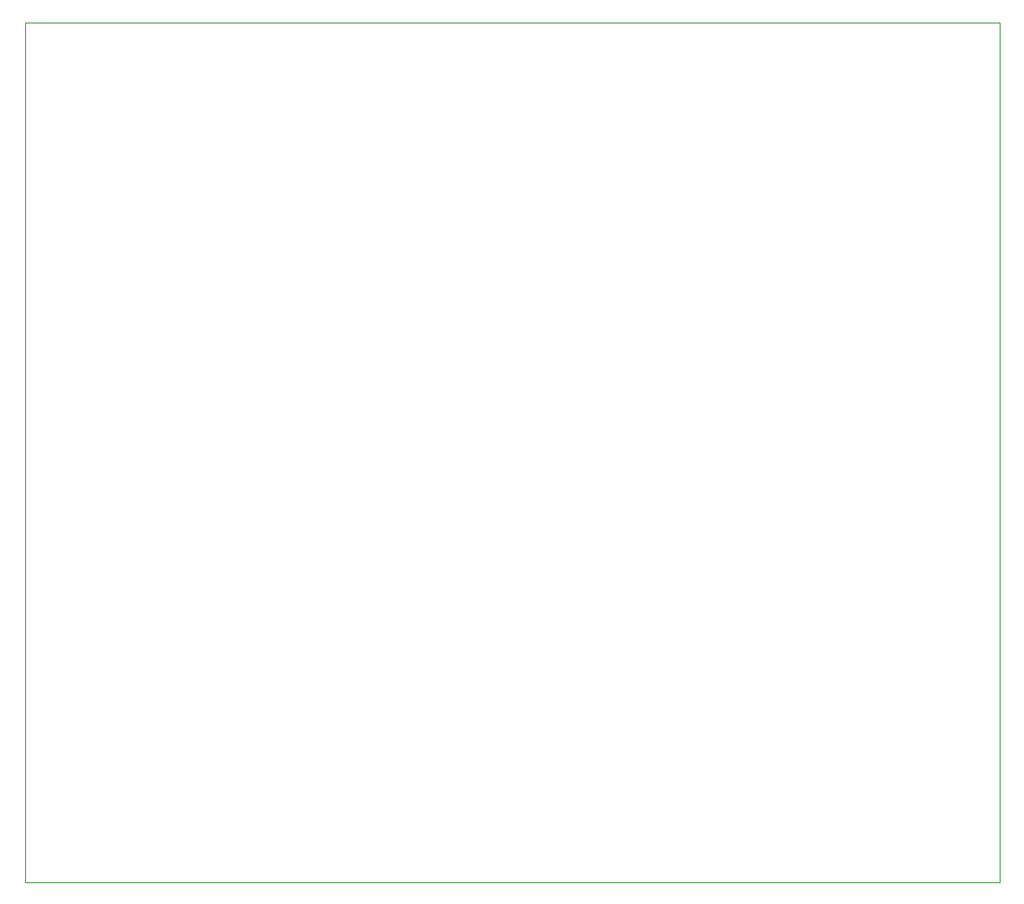
<source format=gbr>
%TF.GenerationSoftware,KiCad,Pcbnew,(5.1.10-1-10_14)*%
%TF.CreationDate,2021-10-18T16:54:11-04:00*%
%TF.ProjectId,ISAAC,49534141-432e-46b6-9963-61645f706362,rev?*%
%TF.SameCoordinates,Original*%
%TF.FileFunction,Profile,NP*%
%FSLAX46Y46*%
G04 Gerber Fmt 4.6, Leading zero omitted, Abs format (unit mm)*
G04 Created by KiCad (PCBNEW (5.1.10-1-10_14)) date 2021-10-18 16:54:11*
%MOMM*%
%LPD*%
G01*
G04 APERTURE LIST*
%TA.AperFunction,Profile*%
%ADD10C,0.100000*%
%TD*%
G04 APERTURE END LIST*
D10*
X163576000Y-44196000D02*
X163576000Y-128016000D01*
X68580000Y-44196000D02*
X163576000Y-44196000D01*
X68580000Y-128016000D02*
X68580000Y-44196000D01*
X163576000Y-128016000D02*
X68580000Y-128016000D01*
M02*

</source>
